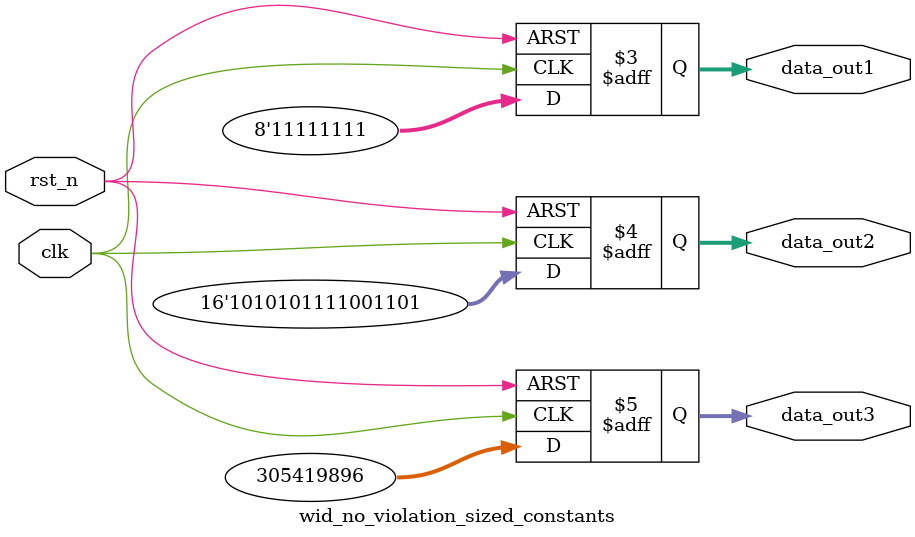
<source format=sv>

module wid_no_violation_sized_constants (
  input wire clk,
  input wire rst_n,
  output logic [7:0] data_out1,
  output logic [15:0] data_out2,
  output logic [31:0] data_out3
);

  always_ff @(posedge clk or negedge rst_n) begin
    if (!rst_n) begin
      data_out1 <= 8'h00;      // 8-bit constant
      data_out2 <= 16'h0000;   // 16-bit constant
      data_out3 <= 32'h00000000; // 32-bit constant
    end else begin
      data_out1 <= 8'hFF;      // Properly sized
      data_out2 <= 16'hABCD;   // Properly sized
      data_out3 <= 32'h12345678; // Properly sized
    end
  end

endmodule


</source>
